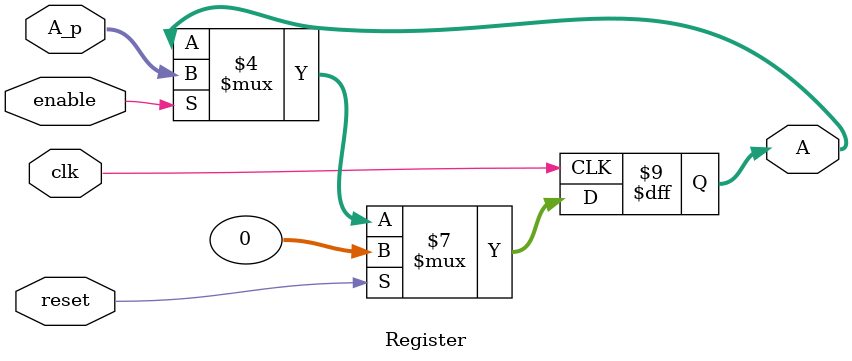
<source format=sv>
module Register(
  input clk,reset,enable,
  input [31:0] A_p,
  output reg [31:0] A);
  
  always @(posedge clk)
    begin
      if(reset) begin
        A <= 32'h0;
      end
      else begin
        if(enable)
          A <= A_p;
        else
          A <= A;
      end
    end
  
  initial
    begin
      A = 32'h0;
    end
  
endmodule
</source>
